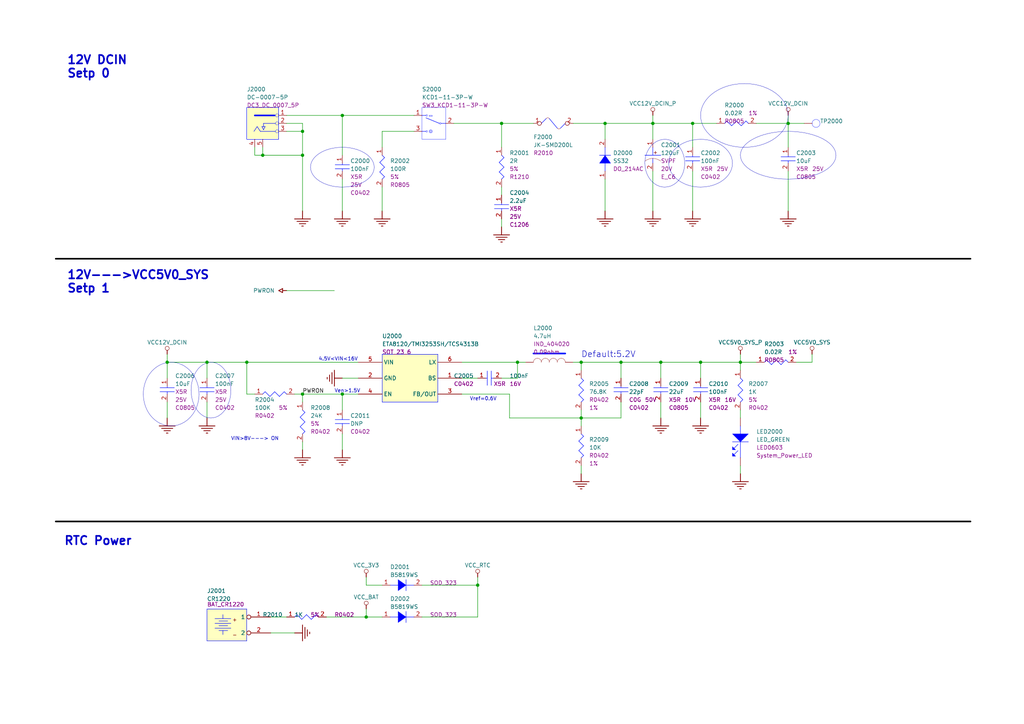
<source format=kicad_sch>
(kicad_sch (version 20250114) (generator "eeschema") (generator_version "9.0")
  (paper "User" 326.7 231)
  (bezier (pts (xy 212.09 59.69) (xy 215.597 59.69) (xy 218.44 56.2784) (xy 218.44 52.07)) (stroke (width 0.0254)))
  (bezier (pts (xy 67.31 133.35) (xy 70.817 133.35) (xy 73.66 129.3698) (xy 73.66 124.46)) (stroke (width 0.0254)))
  (bezier (pts (xy 218.44 52.07) (xy 218.44 47.8615) (xy 215.597 44.45) (xy 212.09 44.45)) (stroke (width 0.0254)))
  (bezier (pts (xy 223.52 44.45) (xy 217.9087 44.45) (xy 213.36 47.8615) (xy 213.36 52.07)) (stroke (width 0.0254)))
  (bezier (pts (xy 233.68 52.07) (xy 233.68 47.8615) (xy 229.1312 44.45) (xy 223.52 44.45)) (stroke (width 0.0254)))
  (bezier (pts (xy 109.22 59.69) (xy 114.8312 59.69) (xy 119.38 56.847) (xy 119.38 53.34)) (stroke (width 0.0254)))
  (bezier (pts (xy 63.5 125.73) (xy 63.5 120.1187) (xy 59.5198 115.57) (xy 54.61 115.57)) (stroke (width 0.0254)))
  (bezier (pts (xy 223.52 36.83) (xy 223.52 42.4412) (xy 229.7745 46.99) (xy 237.49 46.99)) (stroke (width 0.0254)))
  (bezier (pts (xy 251.46 57.15) (xy 259.8768 57.15) (xy 266.7 53.7384) (xy 266.7 49.53)) (stroke (width 0.0254)))
  (bezier (pts (xy 54.61 115.57) (xy 49.7001 115.57) (xy 45.72 120.1187) (xy 45.72 125.73)) (stroke (width 0.0254)))
  (bezier (pts (xy 251.46 36.83) (xy 251.46 31.2187) (xy 245.2054 26.67) (xy 237.49 26.67)) (stroke (width 0.0254)))
  (bezier (pts (xy 237.49 26.67) (xy 229.7745 26.67) (xy 223.52 31.2187) (xy 223.52 36.83)) (stroke (width 0.0254)))
  (bezier (pts (xy 45.72 125.73) (xy 45.72 131.3412) (xy 49.7001 135.89) (xy 54.61 135.89)) (stroke (width 0.0254)))
  (bezier (pts (xy 109.22 46.99) (xy 103.6087 46.99) (xy 99.06 49.8329) (xy 99.06 53.34)) (stroke (width 0.0254)))
  (bezier (pts (xy 236.22 49.53) (xy 236.22 53.7384) (xy 243.0431 57.15) (xy 251.46 57.15)) (stroke (width 0.0254)))
  (bezier (pts (xy 60.96 124.46) (xy 60.96 129.3698) (xy 63.8029 133.35) (xy 67.31 133.35)) (stroke (width 0.0254)))
  (bezier (pts (xy 251.46 41.91) (xy 243.0431 41.91) (xy 236.22 45.3215) (xy 236.22 49.53)) (stroke (width 0.0254)))
  (bezier (pts (xy 73.66 124.46) (xy 73.66 119.5501) (xy 70.817 115.57) (xy 67.31 115.57)) (stroke (width 0.0254)))
  (bezier (pts (xy 54.61 135.89) (xy 59.5198 135.89) (xy 63.5 131.3412) (xy 63.5 125.73)) (stroke (width 0.0254)))
  (bezier (pts (xy 213.36 52.07) (xy 213.36 56.2784) (xy 217.9087 59.69) (xy 223.52 59.69)) (stroke (width 0.0254)))
  (bezier (pts (xy 205.74 52.07) (xy 205.74 56.2784) (xy 208.5829 59.69) (xy 212.09 59.69)) (stroke (width 0.0254)))
  (bezier (pts (xy 119.38 53.34) (xy 119.38 49.8329) (xy 114.8312 46.99) (xy 109.22 46.99)) (stroke (width 0.0254)))
  (bezier (pts (xy 99.06 53.34) (xy 99.06 56.847) (xy 103.6087 59.69) (xy 109.22 59.69)) (stroke (width 0.0254)))
  (bezier (pts (xy 212.09 44.45) (xy 208.5829 44.45) (xy 205.74 47.8615) (xy 205.74 52.07)) (stroke (width 0.0254)))
  (bezier (pts (xy 266.7 49.53) (xy 266.7 45.3215) (xy 259.8768 41.91) (xy 251.46 41.91)) (stroke (width 0.0254)))
  (bezier (pts (xy 67.31 115.57) (xy 63.8029 115.57) (xy 60.96 119.5501) (xy 60.96 124.46)) (stroke (width 0.0254)))
  (bezier (pts (xy 237.49 46.99) (xy 245.2054 46.99) (xy 251.46 42.4412) (xy 251.46 36.83)) (stroke (width 0.0254)))
  (bezier (pts (xy 223.52 59.69) (xy 229.1312 59.69) (xy 233.68 56.2784) (xy 233.68 52.07)) (stroke (width 0.0254)))
  (text "VIN>8V---> ON" (at 73.66 140.716 0) (effects (font (size 1.143 1.143)) (justify left bottom)))
  (text "RTC Power" (at 20.32 174.244 0) (effects (font (size 2.667 2.667) (thickness 0.5334) (bold yes)) (justify left bottom)))
  (text "4.5V<VIN<16V" (at 101.6 115.316 0) (effects (font (size 1.143 1.143)) (justify left bottom)))
  (text "Default:5.2V" (at 185.42 114.3 0) (effects (font (size 1.905 1.905)) (justify left bottom)))
  (text "Vref=0.6V" (at 149.86 128.016 0) (effects (font (size 1.143 1.143)) (justify left bottom)))
  (text "Ven>1.5V" (at 106.68 125.476 0) (effects (font (size 1.143 1.143)) (justify left bottom)))
  (text_box "12V--->VCC5V0_SYS\nSetp 1" (at 73.66 95.758 0) (size -53.34 -10.668) (margins 0.9525 0.9525 0.9525 0.9525) (stroke (width -0.0001) (color 0 0 0 1)) (effects (font (size 2.667 2.667) (thickness 0.5334) (bold yes)) (justify left top)))
  (text_box "12V DCIN\nSetp 0" (at 46.228 27.178 0) (size -25.908 -10.668) (margins 0.9525 0.9525 0.9525 0.9525) (stroke (width -0.0001) (color 0 0 0 1)) (effects (font (size 2.667 2.667) (thickness 0.5334) (bold yes)) (justify left top)))
  (junction (at 116.84 196.85))
  (junction (at 193.04 39.37))
  (junction (at 223.52 115.57))
  (junction (at 165.1 115.57))
  (junction (at 236.22 115.57))
  (junction (at 198.12 115.57))
  (junction (at 96.52 125.73))
  (junction (at 251.46 39.37))
  (junction (at 96.52 41.91))
  (junction (at 83.82 49.53))
  (junction (at 160.02 39.37))
  (junction (at 109.22 125.73))
  (junction (at 66.04 115.57))
  (junction (at 109.22 36.83))
  (junction (at 185.42 133.35))
  (junction (at 96.52 49.53))
  (junction (at 78.74 115.57))
  (junction (at 53.34 115.57))
  (junction (at 210.82 115.57))
  (junction (at 220.98 39.37))
  (junction (at 185.42 115.57))
  (junction (at 208.28 39.37))
  (junction (at 152.4 186.69))
  (wire (pts (xy 109.22 67.31) (xy 109.22 57.15)))
  (wire (pts (xy 236.22 118.11) (xy 236.22 115.57)))
  (wire (pts (xy 109.22 125.73) (xy 114.3 125.73)))
  (wire (pts (xy 81.28 49.53) (xy 83.82 49.53)))
  (wire (pts (xy 162.56 125.73) (xy 147.32 125.73)))
  (wire (pts (xy 121.92 67.31) (xy 121.92 59.69)))
  (wire (pts (xy 185.42 130.81) (xy 185.42 133.35)))
  (wire (pts (xy 66.04 120.65) (xy 66.04 115.57)))
  (wire (pts (xy 78.74 115.57) (xy 114.3 115.57)))
  (wire (pts (xy 251.46 67.31) (xy 251.46 54.61)))
  (wire (pts (xy 104.14 196.85) (xy 116.84 196.85)))
  (wire (pts (xy 121.92 46.99) (xy 121.92 41.91)))
  (wire (pts (xy 53.34 133.35) (xy 53.34 128.27)))
  (wire (pts (xy 185.42 151.13) (xy 185.42 148.59)))
  (wire (pts (xy 208.28 44.45) (xy 208.28 39.37)))
  (wire (pts (xy 109.22 36.83) (xy 132.08 36.83)))
  (wire (pts (xy 121.92 186.69) (xy 116.84 186.69)))
  (wire (pts (xy 96.52 67.31) (xy 96.52 49.53)))
  (wire (pts (xy 236.22 133.35) (xy 236.22 130.81)))
  (wire (pts (xy 162.56 133.35) (xy 162.56 125.73)))
  (wire (pts (xy 152.4 186.69) (xy 152.4 196.85)))
  (wire (pts (xy 152.4 196.85) (xy 134.62 196.85)))
  (wire (pts (xy 198.12 133.35) (xy 198.12 128.27)))
  (wire (pts (xy 210.82 115.57) (xy 210.82 120.65)))
  (wire (pts (xy 193.04 44.45) (xy 193.04 39.37)))
  (wire (pts (xy 81.28 46.99) (xy 81.28 49.53)))
  (wire (pts (xy 182.88 39.37) (xy 193.04 39.37)))
  (wire (pts (xy 78.74 115.57) (xy 66.04 115.57)))
  (wire (pts (xy 210.82 133.35) (xy 210.82 128.27)))
  (wire (pts (xy 93.98 201.93) (xy 86.36 201.93)))
  (wire (pts (xy 152.4 186.69) (xy 152.4 184.15)))
  (wire (pts (xy 160.02 46.99) (xy 160.02 39.37)))
  (wire (pts (xy 241.3 39.37) (xy 251.46 39.37)))
  (wire (pts (xy 134.62 186.69) (xy 152.4 186.69)))
  (wire (pts (xy 93.98 125.73) (xy 96.52 125.73)))
  (wire (pts (xy 251.46 36.83) (xy 251.46 39.37)))
  (wire (pts (xy 53.34 120.65) (xy 53.34 115.57)))
  (wire (pts (xy 66.04 115.57) (xy 53.34 115.57)))
  (wire (pts (xy 109.22 130.81) (xy 109.22 125.73)))
  (wire (pts (xy 83.82 46.99) (xy 83.82 49.53)))
  (wire (pts (xy 185.42 115.57) (xy 198.12 115.57)))
  (wire (pts (xy 185.42 133.35) (xy 162.56 133.35)))
  (wire (pts (xy 152.4 120.65) (xy 147.32 120.65)))
  (wire (pts (xy 106.68 92.71) (xy 91.44 92.71)))
  (wire (pts (xy 193.04 67.31) (xy 193.04 57.15)))
  (wire (pts (xy 160.02 39.37) (xy 170.18 39.37)))
  (wire (pts (xy 160.02 69.85) (xy 160.02 72.39)))
  (wire (pts (xy 96.52 41.91) (xy 96.52 39.37)))
  (wire (pts (xy 220.98 67.31) (xy 220.98 54.61)))
  (wire (pts (xy 251.46 39.37) (xy 256.54 39.37)))
  (wire (pts (xy 223.52 133.35) (xy 223.52 128.27)))
  (wire (pts (xy 223.52 120.65) (xy 223.52 115.57)))
  (wire (pts (xy 167.64 115.57) (xy 165.1 115.57)))
  (wire (pts (xy 208.28 67.31) (xy 208.28 54.61)))
  (wire (pts (xy 185.42 133.35) (xy 198.12 133.35)))
  (wire (pts (xy 78.74 125.73) (xy 78.74 115.57)))
  (wire (pts (xy 236.22 151.13) (xy 236.22 148.59)))
  (wire (pts (xy 91.44 36.83) (xy 109.22 36.83)))
  (polyline (pts (xy 17.78 82.55) (xy 309.626 82.55)) (stroke (width 0.508) (type solid) (color 0 0 0 1)))
  (wire (pts (xy 66.04 133.35) (xy 66.04 128.27)))
  (wire (pts (xy 259.08 115.57) (xy 254 115.57)))
  (wire (pts (xy 185.42 115.57) (xy 185.42 118.11)))
  (wire (pts (xy 182.88 115.57) (xy 185.42 115.57)))
  (wire (pts (xy 96.52 41.91) (xy 91.44 41.91)))
  (wire (pts (xy 96.52 49.53) (xy 96.52 41.91)))
  (wire (pts (xy 259.08 113.03) (xy 259.08 115.57)))
  (wire (pts (xy 116.84 196.85) (xy 121.92 196.85)))
  (wire (pts (xy 193.04 39.37) (xy 208.28 39.37)))
  (wire (pts (xy 198.12 120.65) (xy 198.12 115.57)))
  (wire (pts (xy 236.22 115.57) (xy 236.22 113.03)))
  (wire (pts (xy 83.82 49.53) (xy 96.52 49.53)))
  (wire (pts (xy 165.1 120.65) (xy 160.02 120.65)))
  (wire (pts (xy 198.12 115.57) (xy 210.82 115.57)))
  (wire (pts (xy 109.22 49.53) (xy 109.22 36.83)))
  (wire (pts (xy 165.1 115.57) (xy 165.1 120.65)))
  (wire (pts (xy 96.52 125.73) (xy 109.22 125.73)))
  (wire (pts (xy 96.52 128.27) (xy 96.52 125.73)))
  (wire (pts (xy 121.92 41.91) (xy 132.08 41.91)))
  (wire (pts (xy 251.46 39.37) (xy 251.46 46.99)))
  (wire (pts (xy 114.3 120.65) (xy 109.22 120.65)))
  (wire (pts (xy 144.78 39.37) (xy 160.02 39.37)))
  (wire (pts (xy 116.84 186.69) (xy 116.84 184.15)))
  (wire (pts (xy 228.6 39.37) (xy 220.98 39.37)))
  (wire (pts (xy 236.22 115.57) (xy 241.3 115.57)))
  (wire (pts (xy 165.1 115.57) (xy 147.32 115.57)))
  (wire (pts (xy 91.44 196.85) (xy 86.36 196.85)))
  (wire (pts (xy 53.34 115.57) (xy 53.34 113.03)))
  (wire (pts (xy 208.28 39.37) (xy 208.28 36.83)))
  (polyline (pts (xy 17.78 166.37) (xy 309.626 166.37)) (stroke (width 0.508) (type solid) (color 0 0 0 1)))
  (wire (pts (xy 116.84 196.85) (xy 116.84 194.31)))
  (wire (pts (xy 208.28 39.37) (xy 220.98 39.37)))
  (wire (pts (xy 96.52 39.37) (xy 91.44 39.37)))
  (wire (pts (xy 223.52 115.57) (xy 210.82 115.57)))
  (wire (pts (xy 220.98 39.37) (xy 220.98 46.99)))
  (wire (pts (xy 223.52 115.57) (xy 236.22 115.57)))
  (wire (pts (xy 96.52 143.51) (xy 96.52 140.97)))
  (wire (pts (xy 81.28 125.73) (xy 78.74 125.73)))
  (wire (pts (xy 185.42 135.89) (xy 185.42 133.35)))
  (wire (pts (xy 109.22 143.51) (xy 109.22 138.43)))
  (wire (pts (xy 160.02 59.69) (xy 160.02 62.23)))
  (label "PWRON" (at 96.52 125.73 0))
  (symbol (lib_name "root_0_CAP NP_*_3") (lib_id "*:root_0_CAP NP_*") (at 157.48 64.77 0) (unit 1)
    (property "Reference" "C2004" (at 162.56 62.23 0) (effects (justify left bottom)))
    (property "Value" "2.2uF" (at 162.56 64.77 0) (effects (justify left bottom)))
    (property "Footprint" "C1206" (effects (hide yes)))
    (property "Description" "cap,2.20uF,+/-10%,25V,X5R,C1206" (effects (hide yes)))
    (property "DIELECTRIC" "X5R" (at 162.56 67.31 0) (effects (justify left bottom)))
    (property "PCB FOOTPRINT" "C1206" (at 162.56 72.39 0) (effects (justify left bottom)))
    (property "VOLTAGE" "25V" (at 162.56 69.85 0) (effects (justify left bottom)))
    (property "CREATED BY" "JJJ" (effects (hide yes)))
    (property "MANUFACTURER PN" "C3216X5R1E225K160AA" (effects (hide yes)))
    (property "MANUFACTURER" "TDK" (effects (hide yes)))
    (property "TOLERANCE" "10%" (effects (hide yes)))
    (property "PART TYPE" "C1206" (effects (hide yes)))
    (property "PRIORITY" "A" (effects (hide yes)))
    (property "RK PN" "C3216X5R1E225K160AA" (effects (hide yes)))
  )
  (symbol (lib_id "RV1106G_EVB1_V11_20220401LX-altium-import:GND_POWER_GROUND") (at 208.28 67.31 0) (unit 1)
    (property "Reference" "#PWR?" (effects (hide yes)))
    (property "Value" "GND" (effects (hide yes)))
  )
  (symbol (lib_id "RV1106G_EVB1_V11_20220401LX-altium-import:GND_POWER_GROUND") (at 121.92 67.31 0) (unit 1)
    (property "Reference" "#PWR?" (effects (hide yes)))
    (property "Value" "GND" (effects (hide yes)))
  )
  (symbol (lib_name "root_0_CAP NP_*_6") (lib_id "*:root_0_CAP NP_*") (at 106.68 133.35 0) (unit 1)
    (property "Reference" "C2011" (at 111.76 133.35 0) (effects (justify left bottom)))
    (property "Value" "DNP" (at 111.76 135.89 0) (effects (justify left bottom)))
    (property "Footprint" "C0402" (effects (hide yes)))
    (property "Description" "Did Not Place." (effects (hide yes)))
    (property "PCB FOOTPRINT" "C0402" (at 111.76 138.43 0) (effects (justify left bottom)))
    (property "CREATED BY" "JJJ" (effects (hide yes)))
    (property "MANUFACTURER PN" "DNPC0402" (effects (hide yes)))
    (property "PART TYPE" "DNP" (effects (hide yes)))
    (property "PRIORITY" "A" (effects (hide yes)))
    (property "RK PN" "DNPC0402" (effects (hide yes)))
  )
  (symbol (lib_name "root_0_RESISTOR_Dup1_*_5") (lib_id "*:root_0_RESISTOR_Dup1_*") (at 182.88 120.65 0) (unit 1)
    (property "Reference" "R2005" (at 187.96 123.19 0) (effects (justify left bottom)))
    (property "Value" "76.8K" (at 187.96 125.73 0) (effects (justify left bottom)))
    (property "Footprint" "R0402" (effects (hide yes)))
    (property "Description" "通用厚膜电阻,76K8,+/-1%,R0402,1/16W." (effects (hide yes)))
    (property "PCB FOOTPRINT" "R0402" (at 187.96 128.27 0) (effects (justify left bottom)))
    (property "TOLERANCE" "1%" (at 187.96 130.81 0) (effects (justify left bottom)))
    (property "CREATED BY" "YTL" (effects (hide yes)))
    (property "MANUFACTURER PN" "RC0402FR-0776K8L" (effects (hide yes)))
    (property "MANUFACTURER" "YAGEO" (effects (hide yes)))
    (property "WATTAGE" "1/16W" (effects (hide yes)))
    (property "PART TYPE" "通用厚膜电阻" (effects (hide yes)))
    (property "PRIORITY" "A" (effects (hide yes)))
    (property "RK PN" "RC0402FR-0776K8L" (effects (hide yes)))
  )
  (symbol (lib_name "root_0_CAP NP_*_4") (lib_id "*:root_0_CAP NP_*") (at 218.44 49.53 0) (unit 1)
    (property "Reference" "C2002" (at 223.52 49.53 0) (effects (justify left bottom)))
    (property "Value" "100nF" (at 223.52 52.07 0) (effects (justify left bottom)))
    (property "Footprint" "C0402" (effects (hide yes)))
    (property "Description" "cap,100.00nF,+/-10%,25V,X5R,C0402" (effects (hide yes)))
    (property "DIELECTRIC" "X5R" (at 223.52 54.61 0) (effects (justify left bottom)))
    (property "PCB FOOTPRINT" "C0402" (at 223.52 57.15 0) (effects (justify left bottom)))
    (property "VOLTAGE" "25V" (at 228.6 54.61 0) (effects (justify left bottom)))
    (property "CREATED BY" "JJJ" (effects (hide yes)))
    (property "MANUFACTURER PN" "C1005X5R1E104K050BC" (effects (hide yes)))
    (property "MANUFACTURER" "TDK" (effects (hide yes)))
    (property "TOLERANCE" "10%" (effects (hide yes)))
    (property "PART TYPE" "C0402" (effects (hide yes)))
    (property "PRIORITY" "A" (effects (hide yes)))
    (property "RK PN" "C1005X5R1E104K050BC" (effects (hide yes)))
  )
  (symbol (lib_id "RV1106G_EVB1_V11_20220401LX-altium-import:VCC5V0_SYS_CIRCLE") (at 259.08 113.03 180) (unit 1)
    (property "Reference" "#PWR?" (effects (hide yes)))
    (property "Value" "VCC5V0_SYS" (at 259.08 109.22 0))
  )
  (symbol (lib_id "RV1106G_EVB1_V11_20220401LX-altium-import:VCC12V_DCIN_CIRCLE") (at 251.46 36.83 180) (unit 1)
    (property "Reference" "#PWR?" (effects (hide yes)))
    (property "Value" "VCC12V_DCIN" (at 251.46 33.02 0))
  )
  (symbol (lib_id "*:root_0_CAP_*") (at 205.74 46.99 0) (unit 1)
    (property "Reference" "C2001" (at 210.82 46.99 0) (effects (justify left bottom)))
    (property "Value" "120uF" (at 210.82 49.53 0) (effects (justify left bottom)))
    (property "Footprint" "E_C6" (effects (hide yes)))
    (property "Description" "120uF,20V,25mR,SVPF" (effects (hide yes)))
    (property "PCB FOOTPRINT" "E_C6" (at 210.82 57.15 0) (effects (justify left bottom)))
    (property "DIELECTRIC" "SVPF" (at 210.82 52.07 0) (effects (justify left bottom)))
    (property "VOLTAGE" "20V" (at 210.82 54.61 0) (effects (justify left bottom)))
    (property "RK PN" "20SVPF120M" (effects (hide yes)))
    (property "PRIORITY" "A" (effects (hide yes)))
    (property "PART TYPE" "贴片固态铝电解" (effects (hide yes)))
    (property "TOLERANCE" "20%" (effects (hide yes)))
    (property "MANUFACTURER" "Panasonic" (effects (hide yes)))
    (property "MANUFACTURER PN" "20SVPF120M" (effects (hide yes)))
    (property "CREATED BY" "YWQ" (effects (hide yes)))
  )
  (symbol (lib_id "RV1106G_EVB1_V11_20220401LX-altium-import:GND_POWER_GROUND") (at 109.22 67.31 0) (unit 1)
    (property "Reference" "#PWR?" (effects (hide yes)))
    (property "Value" "GND" (effects (hide yes)))
  )
  (symbol (lib_name "root_0_RESISTOR_Dup1_*_4") (lib_id "*:root_0_RESISTOR_Dup1_*") (at 182.88 138.43 0) (unit 1)
    (property "Reference" "R2009" (at 187.96 140.97 0) (effects (justify left bottom)))
    (property "Value" "10K" (at 187.96 143.51 0) (effects (justify left bottom)))
    (property "Footprint" "R0402" (effects (hide yes)))
    (property "Description" "通用厚膜电阻,10K,+/-1%,R0402,1/16W." (effects (hide yes)))
    (property "PCB FOOTPRINT" "R0402" (at 187.96 146.05 0) (effects (justify left bottom)))
    (property "TOLERANCE" "1%" (at 187.96 148.59 0) (effects (justify left bottom)))
    (property "RK PN" "RC0402FR-0710KL" (effects (hide yes)))
    (property "PRIORITY" "A" (effects (hide yes)))
    (property "PART TYPE" "通用厚膜电阻" (effects (hide yes)))
    (property "WATTAGE" "1/16W" (effects (hide yes)))
    (property "MANUFACTURER" "YAGEO" (effects (hide yes)))
    (property "MANUFACTURER PN" "RC0402FR-0710KL" (effects (hide yes)))
    (property "CREATED BY" "YTL" (effects (hide yes)))
  )
  (symbol (lib_id "RV1106G_EVB1_V11_20220401LX-altium-import:GND_POWER_GROUND") (at 223.52 133.35 0) (unit 1)
    (property "Reference" "#PWR?" (effects (hide yes)))
    (property "Value" "GND" (effects (hide yes)))
  )
  (symbol (lib_id "*:root_0_mirrored_CAP NP_*") (at 213.36 123.19 0) (unit 1)
    (property "Reference" "C2009" (at 213.36 123.19 0) (effects (justify left bottom)))
    (property "Value" "22uF" (at 213.36 125.73 0) (effects (justify left bottom)))
    (property "Footprint" "C0805" (effects (hide yes)))
    (property "Description" "cap,22.00uF,+/-10%,10V,X5R,C0805" (effects (hide yes)))
    (property "DIELECTRIC" "X5R" (at 213.36 128.27 0) (effects (justify left bottom)))
    (property "PCB FOOTPRINT" "C0805" (at 213.36 130.81 0) (effects (justify left bottom)))
    (property "VOLTAGE" "10V" (at 218.44 128.27 0) (effects (justify left bottom)))
    (property "RK PN" "C2012X5R1A226K125AB" (effects (hide yes)))
    (property "PRIORITY" "A" (effects (hide yes)))
    (property "PART TYPE" "C0805" (effects (hide yes)))
    (property "C_VOLTAGE" "6.3V" (effects (hide yes)))
    (property "TOLERANCE" "10%" (effects (hide yes)))
    (property "MANUFACTURER" "TDK" (effects (hide yes)))
    (property "MANUFACTURER PN" "C2012X5R1A226K125AB" (effects (hide yes)))
    (property "CREATED BY" "JJJ" (effects (hide yes)))
  )
  (symbol (lib_id "RV1106G_EVB1_V11_20220401LX-altium-import:GND_POWER_GROUND") (at 53.34 133.35 0) (unit 1)
    (property "Reference" "#PWR?" (effects (hide yes)))
    (property "Value" "GND" (effects (hide yes)))
  )
  (symbol (lib_id "RV1106G_EVB1_V11_20220401LX-altium-import:GND_POWER_GROUND") (at 220.98 67.31 0) (unit 1)
    (property "Reference" "#PWR?" (effects (hide yes)))
    (property "Value" "GND" (effects (hide yes)))
  )
  (symbol (lib_name "root_0_mirrored_CAP NP_*_2") (lib_id "*:root_0_mirrored_CAP NP_*") (at 55.88 123.19 0) (unit 1)
    (property "Reference" "C2006" (at 55.88 120.65 0) (effects (justify left bottom)))
    (property "Value" "10uF" (at 55.88 123.19 0) (effects (justify left bottom)))
    (property "Footprint" "C0805" (effects (hide yes)))
    (property "Description" "cap,10.00uF,+/-10%,25V,X5R,C0805" (effects (hide yes)))
    (property "DIELECTRIC" "X5R" (at 55.88 125.73 0) (effects (justify left bottom)))
    (property "PCB FOOTPRINT" "C0805" (at 55.88 130.81 0) (effects (justify left bottom)))
    (property "VOLTAGE" "25V" (at 55.88 128.27 0) (effects (justify left bottom)))
    (property "RK PN" "C2012X5R1E106K125AB" (effects (hide yes)))
    (property "PRIORITY" "A" (effects (hide yes)))
    (property "PART TYPE" "C0805" (effects (hide yes)))
    (property "C_VOLTAGE" "6.3V" (effects (hide yes)))
    (property "TOLERANCE" "10%" (effects (hide yes)))
    (property "MANUFACTURER" "TDK" (effects (hide yes)))
    (property "MANUFACTURER PN" "C2012X5R1E106K125AB" (effects (hide yes)))
    (property "CREATED BY" "JJJ" (effects (hide yes)))
  )
  (symbol (lib_id "RV1106G_EVB1_V11_20220401LX-altium-import:GND_POWER_GROUND") (at 66.04 133.35 0) (unit 1)
    (property "Reference" "#PWR?" (effects (hide yes)))
    (property "Value" "GND" (effects (hide yes)))
  )
  (symbol (lib_id "RV1106G_EVB1_V11_20220401LX-altium-import:VCC12V_DCIN_P_CIRCLE") (at 208.28 36.83 180) (unit 1)
    (property "Reference" "#PWR?" (effects (hide yes)))
    (property "Value" "VCC12V_DCIN_P" (at 208.28 33.02 0))
  )
  (symbol (lib_id "RV1106G_EVB1_V11_20220401LX-altium-import:GND_POWER_GROUND") (at 236.22 151.13 0) (unit 1)
    (property "Reference" "#PWR?" (effects (hide yes)))
    (property "Value" "GND" (effects (hide yes)))
  )
  (symbol (lib_name "root_0_RESISTOR_Dup1_*_3") (lib_id "*:root_0_RESISTOR_Dup1_*") (at 93.98 130.81 0) (unit 1)
    (property "Reference" "R2008" (at 99.06 130.81 0) (effects (justify left bottom)))
    (property "Value" "24K" (at 99.06 133.35 0) (effects (justify left bottom)))
    (property "Footprint" "R0402" (effects (hide yes)))
    (property "Description" "通用厚膜电阻,24K,+/-5%,R0402,1/16W." (effects (hide yes)))
    (property "PCB FOOTPRINT" "R0402" (at 99.06 138.43 0) (effects (justify left bottom)))
    (property "TOLERANCE" "5%" (at 99.06 135.89 0) (effects (justify left bottom)))
    (property "CREATED BY" "YTL" (effects (hide yes)))
    (property "MANUFACTURER PN" "RC0402JR-0724KL" (effects (hide yes)))
    (property "MANUFACTURER" "YAGEO" (effects (hide yes)))
    (property "WATTAGE" "1/16W" (effects (hide yes)))
    (property "PART TYPE" "通用厚膜电阻" (effects (hide yes)))
    (property "PRIORITY" "A" (effects (hide yes)))
    (property "RK PN" "RC0402JR-0724KL" (effects (hide yes)))
  )
  (symbol (lib_id "*:root_0_DIODE_*") (at 124.46 194.31 0) (unit 1)
    (property "Reference" "D2002" (at 124.46 191.77 0) (effects (justify left bottom)))
    (property "Value" "B5819WS" (at 124.46 194.31 0) (effects (justify left bottom)))
    (property "Footprint" "SOD_323" (effects (hide yes)))
    (property "Description" "Schottky Barrier，B5819WS SOD-323" (effects (hide yes)))
    (property "PCB FOOTPRINT" "SOD_323" (at 137.16 196.85 0) (effects (justify left bottom)))
    (property "CREATED BY" "JJJ" (effects (hide yes)))
    (property "MANUFACTURER PN" "B5819WS" (effects (hide yes)))
    (property "MANUFACTURER" "长电" (effects (hide yes)))
    (property "PART TYPE" "Schottky rectifier" (effects (hide yes)))
    (property "PRIORITY" "A" (effects (hide yes)))
    (property "RK PN" "B5819WS" (effects (hide yes)))
  )
  (symbol (lib_id "RV1106G_EVB1_V11_20220401LX-altium-import:GND_POWER_GROUND") (at 93.98 201.93 90) (unit 1)
    (property "Reference" "#PWR?" (effects (hide yes)))
    (property "Value" "GND" (effects (hide yes)))
  )
  (symbol (lib_id "RV1106G_EVB1_V11_20220401LX-altium-import:VCC12V_DCIN_CIRCLE") (at 53.34 113.03 180) (unit 1)
    (property "Reference" "#PWR?" (effects (hide yes)))
    (property "Value" "VCC12V_DCIN" (at 53.34 109.22 0))
  )
  (symbol (lib_id "RV1106G_EVB1_V11_20220401LX-altium-import:PWRON_ARROW") (at 91.44 92.71 270) (unit 1)
    (property "Reference" "#PWR?" (effects (hide yes)))
    (property "Value" "PWRON" (at 87.63 92.71 90) (effects (justify right)))
  )
  (symbol (lib_id "*:root_1_INDUCTORS OF FERRITE_*") (at 170.18 115.57 0) (unit 1)
    (property "Reference" "L2000" (at 170.18 105.41 0) (effects (justify left bottom)))
    (property "Value" "4.7uH" (at 170.18 107.95 0) (effects (justify left bottom)))
    (property "Footprint" "IND_404020" (effects (hide yes)))
    (property "Description" "Power Inductor,4.7uH,0.2,IND_404020" (effects (hide yes)))
    (property "DC RESISTOR" "0.09ohm" (at 170.18 113.03 0) (effects (justify left bottom)))
    (property "ISAT" "4.9A" (effects (hide yes)))
    (property "PCB FOOTPRINT" "IND_404020" (at 170.18 110.49 0) (effects (justify left bottom)))
    (property "CREATED BY" "YTL" (effects (hide yes)))
    (property "MANUFACTURER PN" "WPN4020H4R7MT" (effects (hide yes)))
    (property "MANUFACTURER" "sunlord" (effects (hide yes)))
    (property "RESONACE FREQUENCY" "17M" (effects (hide yes)))
    (property "IRMS" "3.3A" (effects (hide yes)))
    (property "TOLERANCE" "20%" (effects (hide yes)))
    (property "PART TYPE" "POWER_IND" (effects (hide yes)))
    (property "PRIORITY" "A" (effects (hide yes)))
    (property "RK PN" "WPN4020H4R7MT" (effects (hide yes)))
  )
  (symbol (lib_id "*:root_0_CAP NP_*") (at 220.98 123.19 0) (unit 1)
    (property "Reference" "C2010" (at 226.06 123.19 0) (effects (justify left bottom)))
    (property "Value" "100nF" (at 226.06 125.73 0) (effects (justify left bottom)))
    (property "Footprint" "C0402" (effects (hide yes)))
    (property "Description" "cap,100.00nF,+/-10%,16V,X5R,C0402" (effects (hide yes)))
    (property "DIELECTRIC" "X5R" (at 226.06 128.27 0) (effects (justify left bottom)))
    (property "PCB FOOTPRINT" "C0402" (at 226.06 130.81 0) (effects (justify left bottom)))
    (property "VOLTAGE" "16V" (at 231.14 128.27 0) (effects (justify left bottom)))
    (property "CREATED BY" "JJJ" (effects (hide yes)))
    (property "MANUFACTURER PN" "C1005X5R1C104K050BA" (effects (hide yes)))
    (property "MANUFACTURER" "TDK" (effects (hide yes)))
    (property "TOLERANCE" "10%" (effects (hide yes)))
    (property "PART TYPE" "C0402" (effects (hide yes)))
    (property "PRIORITY" "A" (effects (hide yes)))
    (property "RK PN" "C1005X5R1C104K050BA" (effects (hide yes)))
  )
  (symbol (lib_id "*:root_1_DIODE_*") (at 190.5 54.61 0) (unit 1)
    (property "Reference" "D2000" (at 195.58 49.53 0) (effects (justify left bottom)))
    (property "Value" "SS32" (at 195.58 52.07 0) (effects (justify left bottom)))
    (property "Footprint" "DO_214AC" (effects (hide yes)))
    (property "Description" "Schottky Barrier，SS32 DO214AC" (effects (hide yes)))
    (property "PCB FOOTPRINT" "DO_214AC" (at 195.58 54.61 0) (effects (justify left bottom)))
    (property "RK PN" "SS32" (effects (hide yes)))
    (property "PRIORITY" "A" (effects (hide yes)))
    (property "PART TYPE" "Schottky rectifier" (effects (hide yes)))
    (property "MANUFACTURER" "星海" (effects (hide yes)))
    (property "MANUFACTURER PN" "SS32" (effects (hide yes)))
    (property "CREATED BY" "JJJ" (effects (hide yes)))
  )
  (symbol (lib_id "*:root_0_mirrored_CR1220_*") (at 78.74 194.31 0) (unit 1)
    (property "Reference" "J2001" (at 66.04 189.23 0) (effects (justify left bottom)))
    (property "Value" "CR1220" (at 66.04 191.77 0) (effects (justify left bottom)))
    (property "Footprint" "BATTERY-20MM" (effects (hide yes)))
    (property "Description" "3.0 V锂-二氧化锰扣式电池座CR1220，SMT" (effects (hide yes)))
    (property "CREATED BY" "YWQ" (effects (hide yes)))
    (property "MANUFACTURER PART NUMBER" "CR1220" (effects (hide yes)))
    (property "MANUFACTURER" "祺华电子" (effects (hide yes)))
    (property "PART TYPE" "BAT Jack" (effects (hide yes)))
    (property "PRIORITY" "A" (effects (hide yes)))
    (property "RK PN" "CR1220" (effects (hide yes)))
    (property "PCB FOOTPRINT" "BAT_CR1220" (at 66.04 193.548 0) (effects (justify left bottom)))
  )
  (symbol (lib_id "RV1106G_EVB1_V11_20220401LX-altium-import:VCC_3V3_CIRCLE") (at 116.84 184.15 180) (unit 1)
    (property "Reference" "#PWR?" (effects (hide yes)))
    (property "Value" "VCC_3V3" (at 116.84 180.34 0))
  )
  (symbol (lib_id "*:root_0_RESISTOR_Dup1_*") (at 233.68 120.65 0) (unit 1)
    (property "Reference" "R2007" (at 238.76 123.19 0) (effects (justify left bottom)))
    (property "Value" "1K" (at 238.76 125.73 0) (effects (justify left bottom)))
    (property "Footprint" "R0402" (effects (hide yes)))
    (property "Description" "通用厚膜电阻,1K,+/-5%,R0402,1/16W." (effects (hide yes)))
    (property "PCB FOOTPRINT" "R0402" (at 238.76 130.81 0) (effects (justify left bottom)))
    (property "TOLERANCE" "5%" (at 238.76 128.27 0) (effects (justify left bottom)))
    (property "RK PN" "RC0402JR-071KL" (effects (hide yes)))
    (property "PRIORITY" "A" (effects (hide yes)))
    (property "PART TYPE" "通用厚膜电阻" (effects (hide yes)))
    (property "WATTAGE" "1/16W" (effects (hide yes)))
    (property "MANUFACTURER" "YAGEO" (effects (hide yes)))
    (property "MANUFACTURER PN" "RC0402JR-071KL" (effects (hide yes)))
    (property "CREATED BY" "YTL" (effects (hide yes)))
  )
  (symbol (lib_name "root_0_CAP NP_*_1") (lib_id "*:root_0_CAP NP_*") (at 195.58 123.19 0) (unit 1)
    (property "Reference" "C2008" (at 200.66 123.19 0) (effects (justify left bottom)))
    (property "Value" "22pF" (at 200.66 125.73 0) (effects (justify left bottom)))
    (property "Footprint" "C0402" (effects (hide yes)))
    (property "Description" "cap,22.00pF,+/-5%,50V,C0G,C0402" (effects (hide yes)))
    (property "DIELECTRIC" "C0G" (at 200.66 128.27 0) (effects (justify left bottom)))
    (property "PCB FOOTPRINT" "C0402" (at 200.66 130.81 0) (effects (justify left bottom)))
    (property "VOLTAGE" "50V" (at 205.74 128.27 0) (effects (justify left bottom)))
    (property "CREATED BY" "JJJ" (effects (hide yes)))
    (property "MANUFACTURER PN" "C1005C0G1H220J050BA" (effects (hide yes)))
    (property "MANUFACTURER" "TDK" (effects (hide yes)))
    (property "TOLERANCE" "5%" (effects (hide yes)))
    (property "PART TYPE" "C0402" (effects (hide yes)))
    (property "PRIORITY" "A" (effects (hide yes)))
    (property "RK PN" "C1005C0G1H220J050BA" (effects (hide yes)))
  )
  (symbol (lib_name "root_1_RESISTOR_Dup1_*_2") (lib_id "*:root_1_RESISTOR_Dup1_*") (at 93.98 199.39 0) (unit 1)
    (property "Reference" "R2010" (at 83.82 196.85 0) (effects (justify left bottom)))
    (property "Value" "1K" (at 93.98 196.85 0) (effects (justify left bottom)))
    (property "Footprint" "R0402" (effects (hide yes)))
    (property "Description" "通用厚膜电阻,1K,+/-5%,R0402,1/16W." (effects (hide yes)))
    (property "PCB FOOTPRINT" "R0402" (at 106.68 196.85 0) (effects (justify left bottom)))
    (property "TOLERANCE" "5%" (at 99.06 196.85 0) (effects (justify left bottom)))
    (property "CREATED BY" "YTL" (effects (hide yes)))
    (property "MANUFACTURER PN" "RC0402JR-071KL" (effects (hide yes)))
    (property "MANUFACTURER" "YAGEO" (effects (hide yes)))
    (property "WATTAGE" "1/16W" (effects (hide yes)))
    (property "PART TYPE" "通用厚膜电阻" (effects (hide yes)))
    (property "PRIORITY" "A" (effects (hide yes)))
    (property "RK PN" "RC0402JR-071KL" (effects (hide yes)))
  )
  (symbol (lib_name "root_0_mirrored_CAP NP_*_1") (lib_id "*:root_0_mirrored_CAP NP_*") (at 254 49.53 0) (unit 1)
    (property "Reference" "C2003" (at 254 49.53 0) (effects (justify left bottom)))
    (property "Value" "10uF" (at 254 52.07 0) (effects (justify left bottom)))
    (property "Footprint" "C0805" (effects (hide yes)))
    (property "Description" "cap,10.00uF,+/-10%,25V,X5R,C0805" (effects (hide yes)))
    (property "DIELECTRIC" "X5R" (at 254 54.61 0) (effects (justify left bottom)))
    (property "PCB FOOTPRINT" "C0805" (at 254 57.15 0) (effects (justify left bottom)))
    (property "VOLTAGE" "25V" (at 259.08 54.61 0) (effects (justify left bottom)))
    (property "RK PN" "C2012X5R1E106K125AB" (effects (hide yes)))
    (property "PRIORITY" "A" (effects (hide yes)))
    (property "PART TYPE" "C0805" (effects (hide yes)))
    (property "C_VOLTAGE" "6.3V" (effects (hide yes)))
    (property "TOLERANCE" "10%" (effects (hide yes)))
    (property "MANUFACTURER" "TDK" (effects (hide yes)))
    (property "MANUFACTURER PN" "C2012X5R1E106K125AB" (effects (hide yes)))
    (property "CREATED BY" "JJJ" (effects (hide yes)))
  )
  (symbol (lib_name "root_0_RESISTOR_Dup1_*_1") (lib_id "*:root_0_RESISTOR_Dup1_*") (at 119.38 49.53 0) (unit 1)
    (property "Reference" "R2002" (at 124.46 52.07 0) (effects (justify left bottom)))
    (property "Value" "100R" (at 124.46 54.61 0) (effects (justify left bottom)))
    (property "Footprint" "R0402" (effects (hide yes)))
    (property "Description" "通用厚膜电阻,100R,+/-5%,R0805,1/8W." (effects (hide yes)))
    (property "PCB FOOTPRINT" "R0805" (at 124.46 59.69 0) (effects (justify left bottom)))
    (property "TOLERANCE" "5%" (at 124.46 57.15 0) (effects (justify left bottom)))
    (property "RK PN" "RC0805JR-07100RL" (effects (hide yes)))
    (property "PRIORITY" "A" (effects (hide yes)))
    (property "PART TYPE" "通用厚膜电阻" (effects (hide yes)))
    (property "WATTAGE" "1/8W" (effects (hide yes)))
    (property "MANUFACTURER" "YAGEO" (effects (hide yes)))
    (property "MANUFACTURER PN" "RC0805JR-07100RL" (effects (hide yes)))
    (property "CREATED BY" "YTL" (effects (hide yes)))
  )
  (symbol (lib_id "*:root_1_CAP NP_*") (at 154.94 123.19 0) (unit 1)
    (property "Reference" "C2005" (at 144.78 120.65 0) (effects (justify left bottom)))
    (property "Value" "100nF" (at 162.56 120.65 0) (effects (justify left bottom)))
    (property "Footprint" "C0402" (effects (hide yes)))
    (property "Description" "cap,100.00nF,+/-10%,16V,X5R,C0402" (effects (hide yes)))
    (property "DIELECTRIC" "X5R" (at 157.48 123.19 0) (effects (justify left bottom)))
    (property "PCB FOOTPRINT" "C0402" (at 144.78 123.19 0) (effects (justify left bottom)))
    (property "VOLTAGE" "16V" (at 162.56 123.19 0) (effects (justify left bottom)))
    (property "RK PN" "C1005X5R1C104K050BA" (effects (hide yes)))
    (property "PRIORITY" "A" (effects (hide yes)))
    (property "PART TYPE" "C0402" (effects (hide yes)))
    (property "TOLERANCE" "10%" (effects (hide yes)))
    (property "MANUFACTURER" "TDK" (effects (hide yes)))
    (property "MANUFACTURER PN" "C1005X5R1C104K050BA" (effects (hide yes)))
    (property "CREATED BY" "JJJ" (effects (hide yes)))
  )
  (symbol (lib_id "RV1106G_EVB1_V11_20220401LX-altium-import:VCC_RTC_CIRCLE") (at 152.4 184.15 180) (unit 1)
    (property "Reference" "#PWR?" (effects (hide yes)))
    (property "Value" "VCC_RTC" (at 152.4 180.34 0))
  )
  (symbol (lib_id "RV1106G_EVB1_V11_20220401LX-altium-import:GND_POWER_GROUND") (at 96.52 143.51 0) (unit 1)
    (property "Reference" "#PWR?" (effects (hide yes)))
    (property "Value" "GND" (effects (hide yes)))
  )
  (symbol (lib_name "root_0_CAP NP_*_2") (lib_id "*:root_0_CAP NP_*") (at 106.68 52.07 0) (unit 1)
    (property "Reference" "C2000" (at 111.76 52.07 0) (effects (justify left bottom)))
    (property "Value" "100nF" (at 111.76 54.61 0) (effects (justify left bottom)))
    (property "Footprint" "C0402" (effects (hide yes)))
    (property "Description" "cap,100.00nF,+/-10%,25V,X5R,C0402" (effects (hide yes)))
    (property "DIELECTRIC" "X5R" (at 111.76 57.15 0) (effects (justify left bottom)))
    (property "PCB FOOTPRINT" "C0402" (at 111.76 62.23 0) (effects (justify left bottom)))
    (property "VOLTAGE" "25V" (at 111.76 59.69 0) (effects (justify left bottom)))
    (property "CREATED BY" "JJJ" (effects (hide yes)))
    (property "MANUFACTURER PN" "C1005X5R1E104K050BC" (effects (hide yes)))
    (property "MANUFACTURER" "TDK" (effects (hide yes)))
    (property "TOLERANCE" "10%" (effects (hide yes)))
    (property "PART TYPE" "C0402" (effects (hide yes)))
    (property "PRIORITY" "A" (effects (hide yes)))
    (property "RK PN" "C1005X5R1E104K050BC" (effects (hide yes)))
  )
  (symbol (lib_id "*:root_1_RESISTOR_Dup1_*") (at 243.84 118.11 0) (unit 1)
    (property "Reference" "R2003" (at 243.84 110.49 0) (effects (justify left bottom)))
    (property "Value" "0.02R" (at 243.84 113.03 0) (effects (justify left bottom)))
    (property "Footprint" "R0402" (effects (hide yes)))
    (property "Description" "厚膜低阻值电阻,0R02,+/-1%,R0805,1/4W." (effects (hide yes)))
    (property "PCB FOOTPRINT" "R0805" (at 243.84 115.57 0) (effects (justify left bottom)))
    (property "TOLERANCE" "1%" (at 251.46 113.03 0) (effects (justify left bottom)))
    (property "CREATED BY" "YTL" (effects (hide yes)))
    (property "MANUFACTURER PN" "RL0805FR-7W0R02L" (effects (hide yes)))
    (property "MANUFACTURER" "YAGEO" (effects (hide yes)))
    (property "WATTAGE" "1/4W" (effects (hide yes)))
    (property "PART TYPE" "厚膜低阻值电阻" (effects (hide yes)))
    (property "PRIORITY" "A" (effects (hide yes)))
    (property "RK PN" "RL0805FR-7W0R02L" (effects (hide yes)))
  )
  (symbol (lib_id "RV1106G_EVB1_V11_20220401LX-altium-import:VCC_BAT_CIRCLE") (at 116.84 194.31 180) (unit 1)
    (property "Reference" "#PWR?" (effects (hide yes)))
    (property "Value" "VCC_BAT" (at 116.84 190.5 0))
  )
  (symbol (lib_id "RV1106G_EVB1_V11_20220401LX-altium-import:GND_POWER_GROUND") (at 109.22 120.65 270) (unit 1)
    (property "Reference" "#PWR?" (effects (hide yes)))
    (property "Value" "GND" (effects (hide yes)))
  )
  (symbol (lib_id "*:root_2_mirrored_DCDC_SY8113_*") (at 121.92 128.27 0) (unit 1)
    (property "Reference" "U2000" (at 121.92 107.95 0) (effects (justify left bottom)))
    (property "Value" "ETA8120/TMI3253SH/TCS4313B" (at 121.92 110.49 0) (effects (justify left bottom)))
    (property "Footprint" "SOT_23_6" (effects (hide yes)))
    (property "PCB FOOTPRINT" "SOT_23_6" (at 121.92 113.03 0) (effects (justify left bottom)))
    (property "RK PN" "SY8113B" (effects (hide yes)))
    (property "PRIORITY" "A" (effects (hide yes)))
    (property "PART TYPE" "DCDC" (effects (hide yes)))
    (property "MANUFACTURER" "Silergy（矽力杰）" (effects (hide yes)))
    (property "MANUFACTURER PN" "SY8113B" (effects (hide yes)))
    (property "CREATED BY" "JJJ" (effects (hide yes)))
  )
  (symbol (lib_id "*:root_3_mirrored_LED_*") (at 233.68 135.89 0) (unit 1)
    (property "Reference" "LED2000" (at 241.3 138.43 0) (effects (justify left bottom)))
    (property "Value" "LED_GREEN" (at 241.3 140.97 0) (effects (justify left bottom)))
    (property "Footprint" "LED0603" (effects (hide yes)))
    (property "Description" "贴片LED灯，0603，绿色" (effects (hide yes)))
    (property "PCB FOOTPRINT" "LED0603" (at 241.3 143.51 0) (effects (justify left bottom)))
    (property "CREATED BY" "JJJ" (effects (hide yes)))
    (property "PART TYPE" "LED" (effects (hide yes)))
    (property "PRIORITY" "A" (effects (hide yes)))
    (property "RK PN" "LED_GREEN" (effects (hide yes)))
    (property "OPTION" "System_Power_LED" (at 241.3 146.05 0) (effects (justify left bottom)))
  )
  (symbol (lib_name "root_0_CAP NP_*_5") (lib_id "*:root_0_CAP NP_*") (at 63.5 123.19 0) (unit 1)
    (property "Reference" "C2007" (at 68.58 120.65 0) (effects (justify left bottom)))
    (property "Value" "100nF" (at 68.58 123.19 0) (effects (justify left bottom)))
    (property "Footprint" "C0402" (effects (hide yes)))
    (property "Description" "cap,100.00nF,+/-10%,25V,X5R,C0402" (effects (hide yes)))
    (property "DIELECTRIC" "X5R" (at 68.58 125.73 0) (effects (justify left bottom)))
    (property "PCB FOOTPRINT" "C0402" (at 68.58 130.81 0) (effects (justify left bottom)))
    (property "VOLTAGE" "25V" (at 68.58 128.27 0) (effects (justify left bottom)))
    (property "CREATED BY" "JJJ" (effects (hide yes)))
    (property "MANUFACTURER PN" "C1005X5R1E104K050BC" (effects (hide yes)))
    (property "MANUFACTURER" "TDK" (effects (hide yes)))
    (property "TOLERANCE" "10%" (effects (hide yes)))
    (property "PART TYPE" "C0402" (effects (hide yes)))
    (property "PRIORITY" "A" (effects (hide yes)))
    (property "RK PN" "C1005X5R1E104K050BC" (effects (hide yes)))
  )
  (symbol (lib_id "RV1106G_EVB1_V11_20220401LX-altium-import:GND_POWER_GROUND") (at 251.46 67.31 0) (unit 1)
    (property "Reference" "#PWR?" (effects (hide yes)))
    (property "Value" "GND" (effects (hide yes)))
  )
  (symbol (lib_id "*:root_0_PSW3_B_*") (at 134.62 34.29 0) (unit 1)
    (property "Reference" "S2000" (at 134.62 29.21 0) (effects (justify left bottom)))
    (property "Value" "KCD1-11-3P-W" (at 134.62 31.75 0) (effects (justify left bottom)))
    (property "Footprint" "SW3_KCD1-11-3P-W" (effects (hide yes)))
    (property "Description" "3Pin插件（3A/250v,6A/125v）船型开关，卧式" (effects (hide yes)))
    (property "DEVICE" "BR-11C-11P6" (effects (hide yes)))
    (property "PARTS" "1" (effects (hide yes)))
    (property "LEVEL" "STD" (effects (hide yes)))
    (property "ORIGINALSYMBOLORIGIN" "(20,50)" (effects (hide yes)))
    (property "PCB FOOTPRINT" "SW3_KCD1-11-3P-W" (at 134.62 34.29 0) (effects (justify left bottom)))
    (property "RK PN" "KCD1-11-3P-W" (effects (hide yes)))
    (property "PRIORITY" "A" (effects (hide yes)))
    (property "PART TYPE" "KEY" (effects (hide yes)))
    (property "MANUFACTURER" "旺科达" (effects (hide yes)))
    (property "MANUFACTURER PART NUMBER" "KCD1-11-3P-W" (effects (hide yes)))
    (property "CREATED BY" "YWQ" (effects (hide yes)))
  )
  (symbol (lib_id "RV1106G_EVB1_V11_20220401LX-altium-import:GND_POWER_GROUND") (at 210.82 133.35 0) (unit 1)
    (property "Reference" "#PWR?" (effects (hide yes)))
    (property "Value" "GND" (effects (hide yes)))
  )
  (symbol (lib_id "RV1106G_EVB1_V11_20220401LX-altium-import:GND_POWER_GROUND") (at 109.22 143.51 0) (unit 1)
    (property "Reference" "#PWR?" (effects (hide yes)))
    (property "Value" "GND" (effects (hide yes)))
  )
  (symbol (lib_id "*:root_0_DIODE_*") (at 124.46 184.15 0) (unit 1)
    (property "Reference" "D2001" (at 124.46 181.61 0) (effects (justify left bottom)))
    (property "Value" "B5819WS" (at 124.46 184.15 0) (effects (justify left bottom)))
    (property "Footprint" "SOD_323" (effects (hide yes)))
    (property "Description" "Schottky Barrier，B5819WS SOD-323" (effects (hide yes)))
    (property "PCB FOOTPRINT" "SOD_323" (at 137.16 186.69 0) (effects (justify left bottom)))
    (property "RK PN" "B5819WS" (effects (hide yes)))
    (property "PRIORITY" "A" (effects (hide yes)))
    (property "PART TYPE" "Schottky rectifier" (effects (hide yes)))
    (property "MANUFACTURER" "长电" (effects (hide yes)))
    (property "MANUFACTURER PN" "B5819WS" (effects (hide yes)))
    (property "CREATED BY" "JJJ" (effects (hide yes)))
  )
  (symbol (lib_name "root_1_RESISTOR_Dup1_*_1") (lib_id "*:root_1_RESISTOR_Dup1_*") (at 83.82 128.27 0) (unit 1)
    (property "Reference" "R2004" (at 81.28 128.27 0) (effects (justify left bottom)))
    (property "Value" "100K" (at 81.28 130.81 0) (effects (justify left bottom)))
    (property "Footprint" "R0402" (effects (hide yes)))
    (property "Description" "通用厚膜电阻,100K,+/-5%,R0402,1/16W." (effects (hide yes)))
    (property "PCB FOOTPRINT" "R0402" (at 81.28 133.35 0) (effects (justify left bottom)))
    (property "TOLERANCE" "5%" (at 88.9 130.81 0) (effects (justify left bottom)))
    (property "CREATED BY" "YTL" (effects (hide yes)))
    (property "MANUFACTURER PN" "RC0402JR-07100KL" (effects (hide yes)))
    (property "MANUFACTURER" "YAGEO" (effects (hide yes)))
    (property "WATTAGE" "1/16W" (effects (hide yes)))
    (property "PART TYPE" "通用厚膜电阻" (effects (hide yes)))
    (property "PRIORITY" "A" (effects (hide yes)))
    (property "RK PN" "RC0402JR-07100KL" (effects (hide yes)))
  )
  (symbol (lib_id "*:root_0_FUSE_*") (at 172.72 36.83 0) (unit 1)
    (property "Reference" "F2000" (at 170.18 44.45 0) (effects (justify left bottom)))
    (property "Value" "JK-SMD200L" (at 170.18 46.99 0) (effects (justify left bottom)))
    (property "Footprint" "R2010" (effects (hide yes)))
    (property "Description" "保险丝，Vmax=16V,Imax=100A，Icurrent=8A,Ri=0.028ohm" (effects (hide yes)))
    (property "PCB FOOTPRINT" "R2010" (at 170.18 49.53 0) (effects (justify left bottom)))
    (property "CREATED BY" "JJJ" (effects (hide yes)))
    (property "MANUFACTURER PART NUMBER" "Q/JKTD-16-200" (effects (hide yes)))
    (property "MANUFACTURER" "金瑞电子" (effects (hide yes)))
    (property "PART TYPE" "FUSE" (effects (hide yes)))
    (property "PRIORITY" "A" (effects (hide yes)))
    (property "RK PN" "Q/JKTD-16-200" (effects (hide yes)))
  )
  (symbol (lib_id "*:root_1_RESISTOR_Dup1_*") (at 231.14 41.91 0) (unit 1)
    (property "Reference" "R2000" (at 231.14 34.29 0) (effects (justify left bottom)))
    (property "Value" "0.02R" (at 231.14 36.83 0) (effects (justify left bottom)))
    (property "Footprint" "R0402" (effects (hide yes)))
    (property "Description" "厚膜低阻值电阻,0R02,+/-1%,R0805,1/4W." (effects (hide yes)))
    (property "PCB FOOTPRINT" "R0805" (at 231.14 39.37 0) (effects (justify left bottom)))
    (property "TOLERANCE" "1%" (at 238.76 36.83 0) (effects (justify left bottom)))
    (property "RK PN" "RL0805FR-7W0R02L" (effects (hide yes)))
    (property "PRIORITY" "A" (effects (hide yes)))
    (property "PART TYPE" "厚膜低阻值电阻" (effects (hide yes)))
    (property "WATTAGE" "1/4W" (effects (hide yes)))
    (property "MANUFACTURER" "YAGEO" (effects (hide yes)))
    (property "MANUFACTURER PN" "RL0805FR-7W0R02L" (effects (hide yes)))
    (property "CREATED BY" "YTL" (effects (hide yes)))
  )
  (symbol (lib_id "RV1106G_EVB1_V11_20220401LX-altium-import:GND_POWER_GROUND") (at 160.02 72.39 0) (unit 1)
    (property "Reference" "#PWR?" (effects (hide yes)))
    (property "Value" "GND" (effects (hide yes)))
  )
  (symbol (lib_id "*:root_3_TP_*") (at 261.62 36.83 0) (unit 1)
    (property "Reference" "TP2000" (at 261.62 39.37 0) (effects (justify left bottom)))
    (property "Value" "TP_0.7" (effects (hide yes)))
    (property "Footprint" "TEST" (effects (hide yes)))
    (property "Description" "Test Point 0.7mm" (effects (hide yes)))
    (property "PCB FOOTPRINT" "TP_0R70" (effects (hide yes)))
    (property "CREATED BY" "JJJ" (effects (hide yes)))
    (property "PART TYPE" "TP" (effects (hide yes)))
    (property "PRIORITY" "A" (effects (hide yes)))
    (property "RK PN" "TESTPOINT_0R7" (effects (hide yes)))
  )
  (symbol (lib_id "RV1106G_EVB1_V11_20220401LX-altium-import:GND_POWER_GROUND") (at 96.52 67.31 0) (unit 1)
    (property "Reference" "#PWR?" (effects (hide yes)))
    (property "Value" "GND" (effects (hide yes)))
  )
  (symbol (lib_id "RV1106G_EVB1_V11_20220401LX-altium-import:VCC5V0_SYS_P_CIRCLE") (at 236.22 113.03 180) (unit 1)
    (property "Reference" "#PWR?" (effects (hide yes)))
    (property "Value" "VCC5V0_SYS_P" (at 236.22 109.22 0))
  )
  (symbol (lib_name "root_0_RESISTOR_Dup1_*_2") (lib_id "*:root_0_RESISTOR_Dup1_*") (at 157.48 49.53 0) (unit 1)
    (property "Reference" "R2001" (at 162.56 49.53 0) (effects (justify left bottom)))
    (property "Value" "2R" (at 162.56 52.07 0) (effects (justify left bottom)))
    (property "Footprint" "R0402" (effects (hide yes)))
    (property "Description" "通用厚膜电阻,2R,+/-5%,R1210,1/2W." (effects (hide yes)))
    (property "PCB FOOTPRINT" "R1210" (at 162.56 57.15 0) (effects (justify left bottom)))
    (property "TOLERANCE" "5%" (at 162.56 54.61 0) (effects (justify left bottom)))
    (property "RK PN" "RC1210JR-072RL" (effects (hide yes)))
    (property "PRIORITY" "A" (effects (hide yes)))
    (property "PART TYPE" "通用厚膜电阻" (effects (hide yes)))
    (property "WATTAGE" "1/2W" (effects (hide yes)))
    (property "MANUFACTURER" "YAGEO" (effects (hide yes)))
    (property "MANUFACTURER PN" "RC1210JR-072RL" (effects (hide yes)))
    (property "CREATED BY" "YTL" (effects (hide yes)))
  )
  (symbol (lib_id "RV1106G_EVB1_V11_20220401LX-altium-import:GND_POWER_GROUND") (at 185.42 151.13 0) (unit 1)
    (property "Reference" "#PWR?" (effects (hide yes)))
    (property "Value" "GND" (effects (hide yes)))
  )
  (symbol (lib_id "*:root_2_mirrored_DCJACK_3P_*") (at 78.74 44.45 0) (unit 1)
    (property "Reference" "J2000" (at 78.74 29.21 0) (effects (justify left bottom)))
    (property "Value" "DC-0007-5P" (at 78.74 31.75 0) (effects (justify left bottom)))
    (property "Footprint" "DC3_DC_0007_5P" (effects (hide yes)))
    (property "Description" "DC座" (effects (hide yes)))
    (property "PCB FOOTPRINT" "DC3_DC_0007_5P" (at 78.74 34.29 0) (effects (justify left bottom)))
    (property "RK PN" "DC-0007-5P" (effects (hide yes)))
    (property "PRIORITY" "A" (effects (hide yes)))
    (property "PART TYPE" "POWER Jack" (effects (hide yes)))
    (property "MANUFACTURER" "旺科达" (effects (hide yes)))
    (property "MANUFACTURER PART NUMBER" "DC-0007-5P" (effects (hide yes)))
    (property "CREATED BY" "JJJ" (effects (hide yes)))
  )
  (symbol (lib_id "RV1106G_EVB1_V11_20220401LX-altium-import:GND_POWER_GROUND") (at 193.04 67.31 0) (unit 1)
    (property "Reference" "#PWR?" (effects (hide yes)))
    (property "Value" "GND" (effects (hide yes)))
  )
)
</source>
